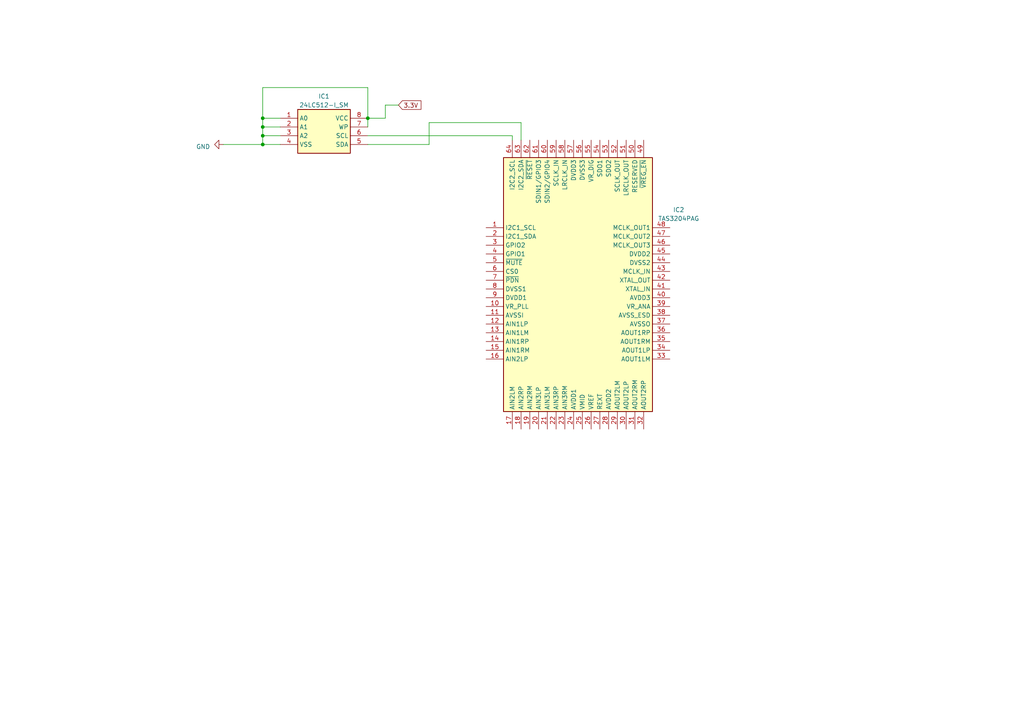
<source format=kicad_sch>
(kicad_sch (version 20230121) (generator eeschema)

  (uuid e420fb1d-5cab-40d6-a4c0-c0f4c8affe90)

  (paper "A4")

  (lib_symbols
    (symbol "24LC512-I_SM:24LC512-I_SM" (in_bom yes) (on_board yes)
      (property "Reference" "IC" (at 21.59 7.62 0)
        (effects (font (size 1.27 1.27)) (justify left top))
      )
      (property "Value" "24LC512-I_SM" (at 21.59 5.08 0)
        (effects (font (size 1.27 1.27)) (justify left top))
      )
      (property "Footprint" "SOIC127P794X203-8N" (at 21.59 -94.92 0)
        (effects (font (size 1.27 1.27)) (justify left top) hide)
      )
      (property "Datasheet" "http://ww1.microchip.com/downloads/en/DeviceDoc/21754M.pdf" (at 21.59 -194.92 0)
        (effects (font (size 1.27 1.27)) (justify left top) hide)
      )
      (property "Height" "2.03" (at 21.59 -394.92 0)
        (effects (font (size 1.27 1.27)) (justify left top) hide)
      )
      (property "Manufacturer_Name" "Microchip" (at 21.59 -494.92 0)
        (effects (font (size 1.27 1.27)) (justify left top) hide)
      )
      (property "Manufacturer_Part_Number" "24LC512-I/SM" (at 21.59 -594.92 0)
        (effects (font (size 1.27 1.27)) (justify left top) hide)
      )
      (property "Mouser Part Number" "579-24LC512-I/SM" (at 21.59 -694.92 0)
        (effects (font (size 1.27 1.27)) (justify left top) hide)
      )
      (property "Mouser Price/Stock" "https://www.mouser.co.uk/ProductDetail/Microchip-Technology/24LC512-I-SM?qs=XsNSACV0tdVOVohSJQWv0A%3D%3D" (at 21.59 -794.92 0)
        (effects (font (size 1.27 1.27)) (justify left top) hide)
      )
      (property "Arrow Part Number" "24LC512-I/SM" (at 21.59 -894.92 0)
        (effects (font (size 1.27 1.27)) (justify left top) hide)
      )
      (property "Arrow Price/Stock" "https://www.arrow.com/en/products/24lc512-ism/microchip-technology?region=nac" (at 21.59 -994.92 0)
        (effects (font (size 1.27 1.27)) (justify left top) hide)
      )
      (property "ki_description" "512K, 64K X 8, 2.5V SER  EE, IND" (at 0 0 0)
        (effects (font (size 1.27 1.27)) hide)
      )
      (symbol "24LC512-I_SM_1_1"
        (rectangle (start 5.08 2.54) (end 20.32 -10.16)
          (stroke (width 0.254) (type default))
          (fill (type background))
        )
        (pin passive line (at 0 0 0) (length 5.08)
          (name "A0" (effects (font (size 1.27 1.27))))
          (number "1" (effects (font (size 1.27 1.27))))
        )
        (pin passive line (at 0 -2.54 0) (length 5.08)
          (name "A1" (effects (font (size 1.27 1.27))))
          (number "2" (effects (font (size 1.27 1.27))))
        )
        (pin passive line (at 0 -5.08 0) (length 5.08)
          (name "A2" (effects (font (size 1.27 1.27))))
          (number "3" (effects (font (size 1.27 1.27))))
        )
        (pin passive line (at 0 -7.62 0) (length 5.08)
          (name "VSS" (effects (font (size 1.27 1.27))))
          (number "4" (effects (font (size 1.27 1.27))))
        )
        (pin passive line (at 25.4 -7.62 180) (length 5.08)
          (name "SDA" (effects (font (size 1.27 1.27))))
          (number "5" (effects (font (size 1.27 1.27))))
        )
        (pin passive line (at 25.4 -5.08 180) (length 5.08)
          (name "SCL" (effects (font (size 1.27 1.27))))
          (number "6" (effects (font (size 1.27 1.27))))
        )
        (pin passive line (at 25.4 -2.54 180) (length 5.08)
          (name "WP" (effects (font (size 1.27 1.27))))
          (number "7" (effects (font (size 1.27 1.27))))
        )
        (pin passive line (at 25.4 0 180) (length 5.08)
          (name "VCC" (effects (font (size 1.27 1.27))))
          (number "8" (effects (font (size 1.27 1.27))))
        )
      )
    )
    (symbol "TAS3204PAG:TAS3204PAG" (in_bom yes) (on_board yes)
      (property "Reference" "IC" (at 49.53 25.4 0)
        (effects (font (size 1.27 1.27)) (justify left top))
      )
      (property "Value" "TAS3204PAG" (at 49.53 22.86 0)
        (effects (font (size 1.27 1.27)) (justify left top))
      )
      (property "Footprint" "QFP50P1200X1200X120-64N" (at 49.53 -77.14 0)
        (effects (font (size 1.27 1.27)) (justify left top) hide)
      )
      (property "Datasheet" "http://www.ti.com/lit/gpn/TAS3204" (at 49.53 -177.14 0)
        (effects (font (size 1.27 1.27)) (justify left top) hide)
      )
      (property "Height" "1.2" (at 49.53 -377.14 0)
        (effects (font (size 1.27 1.27)) (justify left top) hide)
      )
      (property "Mouser Part Number" "595-TAS3204PAG" (at 49.53 -477.14 0)
        (effects (font (size 1.27 1.27)) (justify left top) hide)
      )
      (property "Mouser Price/Stock" "https://www.mouser.co.uk/ProductDetail/Texas-Instruments/TAS3204PAG?qs=%252Bywo161E12P%2FcoBkbuQ91w%3D%3D" (at 49.53 -577.14 0)
        (effects (font (size 1.27 1.27)) (justify left top) hide)
      )
      (property "Manufacturer_Name" "Texas Instruments" (at 49.53 -677.14 0)
        (effects (font (size 1.27 1.27)) (justify left top) hide)
      )
      (property "Manufacturer_Part_Number" "TAS3204PAG" (at 49.53 -777.14 0)
        (effects (font (size 1.27 1.27)) (justify left top) hide)
      )
      (property "ki_description" "High Performance Dual Core DSP/MCU Audio Processor" (at 0 0 0)
        (effects (font (size 1.27 1.27)) hide)
      )
      (symbol "TAS3204PAG_1_1"
        (rectangle (start 5.08 20.32) (end 48.26 -53.34)
          (stroke (width 0.254) (type default))
          (fill (type background))
        )
        (pin passive line (at 0 0 0) (length 5.08)
          (name "I2C1_SCL" (effects (font (size 1.27 1.27))))
          (number "1" (effects (font (size 1.27 1.27))))
        )
        (pin passive line (at 0 -22.86 0) (length 5.08)
          (name "VR_PLL" (effects (font (size 1.27 1.27))))
          (number "10" (effects (font (size 1.27 1.27))))
        )
        (pin passive line (at 0 -25.4 0) (length 5.08)
          (name "AVSSI" (effects (font (size 1.27 1.27))))
          (number "11" (effects (font (size 1.27 1.27))))
        )
        (pin passive line (at 0 -27.94 0) (length 5.08)
          (name "AIN1LP" (effects (font (size 1.27 1.27))))
          (number "12" (effects (font (size 1.27 1.27))))
        )
        (pin passive line (at 0 -30.48 0) (length 5.08)
          (name "AIN1LM" (effects (font (size 1.27 1.27))))
          (number "13" (effects (font (size 1.27 1.27))))
        )
        (pin passive line (at 0 -33.02 0) (length 5.08)
          (name "AIN1RP" (effects (font (size 1.27 1.27))))
          (number "14" (effects (font (size 1.27 1.27))))
        )
        (pin passive line (at 0 -35.56 0) (length 5.08)
          (name "AIN1RM" (effects (font (size 1.27 1.27))))
          (number "15" (effects (font (size 1.27 1.27))))
        )
        (pin passive line (at 0 -38.1 0) (length 5.08)
          (name "AIN2LP" (effects (font (size 1.27 1.27))))
          (number "16" (effects (font (size 1.27 1.27))))
        )
        (pin passive line (at 7.62 -58.42 90) (length 5.08)
          (name "AIN2LM" (effects (font (size 1.27 1.27))))
          (number "17" (effects (font (size 1.27 1.27))))
        )
        (pin passive line (at 10.16 -58.42 90) (length 5.08)
          (name "AIN2RP" (effects (font (size 1.27 1.27))))
          (number "18" (effects (font (size 1.27 1.27))))
        )
        (pin passive line (at 12.7 -58.42 90) (length 5.08)
          (name "AIN2RM" (effects (font (size 1.27 1.27))))
          (number "19" (effects (font (size 1.27 1.27))))
        )
        (pin passive line (at 0 -2.54 0) (length 5.08)
          (name "I2C1_SDA" (effects (font (size 1.27 1.27))))
          (number "2" (effects (font (size 1.27 1.27))))
        )
        (pin passive line (at 15.24 -58.42 90) (length 5.08)
          (name "AIN3LP" (effects (font (size 1.27 1.27))))
          (number "20" (effects (font (size 1.27 1.27))))
        )
        (pin passive line (at 17.78 -58.42 90) (length 5.08)
          (name "AIN3LM" (effects (font (size 1.27 1.27))))
          (number "21" (effects (font (size 1.27 1.27))))
        )
        (pin passive line (at 20.32 -58.42 90) (length 5.08)
          (name "AIN3RP" (effects (font (size 1.27 1.27))))
          (number "22" (effects (font (size 1.27 1.27))))
        )
        (pin passive line (at 22.86 -58.42 90) (length 5.08)
          (name "AIN3RM" (effects (font (size 1.27 1.27))))
          (number "23" (effects (font (size 1.27 1.27))))
        )
        (pin passive line (at 25.4 -58.42 90) (length 5.08)
          (name "AVDD1" (effects (font (size 1.27 1.27))))
          (number "24" (effects (font (size 1.27 1.27))))
        )
        (pin passive line (at 27.94 -58.42 90) (length 5.08)
          (name "VMID" (effects (font (size 1.27 1.27))))
          (number "25" (effects (font (size 1.27 1.27))))
        )
        (pin passive line (at 30.48 -58.42 90) (length 5.08)
          (name "VREF" (effects (font (size 1.27 1.27))))
          (number "26" (effects (font (size 1.27 1.27))))
        )
        (pin passive line (at 33.02 -58.42 90) (length 5.08)
          (name "REXT" (effects (font (size 1.27 1.27))))
          (number "27" (effects (font (size 1.27 1.27))))
        )
        (pin passive line (at 35.56 -58.42 90) (length 5.08)
          (name "AVDD2" (effects (font (size 1.27 1.27))))
          (number "28" (effects (font (size 1.27 1.27))))
        )
        (pin passive line (at 38.1 -58.42 90) (length 5.08)
          (name "AOUT2LM" (effects (font (size 1.27 1.27))))
          (number "29" (effects (font (size 1.27 1.27))))
        )
        (pin passive line (at 0 -5.08 0) (length 5.08)
          (name "GPIO2" (effects (font (size 1.27 1.27))))
          (number "3" (effects (font (size 1.27 1.27))))
        )
        (pin passive line (at 40.64 -58.42 90) (length 5.08)
          (name "AOUT2LP" (effects (font (size 1.27 1.27))))
          (number "30" (effects (font (size 1.27 1.27))))
        )
        (pin passive line (at 43.18 -58.42 90) (length 5.08)
          (name "AOUT2RM" (effects (font (size 1.27 1.27))))
          (number "31" (effects (font (size 1.27 1.27))))
        )
        (pin passive line (at 45.72 -58.42 90) (length 5.08)
          (name "AOUT2RP" (effects (font (size 1.27 1.27))))
          (number "32" (effects (font (size 1.27 1.27))))
        )
        (pin passive line (at 53.34 -38.1 180) (length 5.08)
          (name "AOUT1LM" (effects (font (size 1.27 1.27))))
          (number "33" (effects (font (size 1.27 1.27))))
        )
        (pin passive line (at 53.34 -35.56 180) (length 5.08)
          (name "AOUT1LP" (effects (font (size 1.27 1.27))))
          (number "34" (effects (font (size 1.27 1.27))))
        )
        (pin passive line (at 53.34 -33.02 180) (length 5.08)
          (name "AOUT1RM" (effects (font (size 1.27 1.27))))
          (number "35" (effects (font (size 1.27 1.27))))
        )
        (pin passive line (at 53.34 -30.48 180) (length 5.08)
          (name "AOUT1RP" (effects (font (size 1.27 1.27))))
          (number "36" (effects (font (size 1.27 1.27))))
        )
        (pin passive line (at 53.34 -27.94 180) (length 5.08)
          (name "AVSSO" (effects (font (size 1.27 1.27))))
          (number "37" (effects (font (size 1.27 1.27))))
        )
        (pin passive line (at 53.34 -25.4 180) (length 5.08)
          (name "AVSS_ESD" (effects (font (size 1.27 1.27))))
          (number "38" (effects (font (size 1.27 1.27))))
        )
        (pin passive line (at 53.34 -22.86 180) (length 5.08)
          (name "VR_ANA" (effects (font (size 1.27 1.27))))
          (number "39" (effects (font (size 1.27 1.27))))
        )
        (pin passive line (at 0 -7.62 0) (length 5.08)
          (name "GPIO1" (effects (font (size 1.27 1.27))))
          (number "4" (effects (font (size 1.27 1.27))))
        )
        (pin passive line (at 53.34 -20.32 180) (length 5.08)
          (name "AVDD3" (effects (font (size 1.27 1.27))))
          (number "40" (effects (font (size 1.27 1.27))))
        )
        (pin passive line (at 53.34 -17.78 180) (length 5.08)
          (name "XTAL_IN" (effects (font (size 1.27 1.27))))
          (number "41" (effects (font (size 1.27 1.27))))
        )
        (pin passive line (at 53.34 -15.24 180) (length 5.08)
          (name "XTAL_OUT" (effects (font (size 1.27 1.27))))
          (number "42" (effects (font (size 1.27 1.27))))
        )
        (pin passive line (at 53.34 -12.7 180) (length 5.08)
          (name "MCLK_IN" (effects (font (size 1.27 1.27))))
          (number "43" (effects (font (size 1.27 1.27))))
        )
        (pin passive line (at 53.34 -10.16 180) (length 5.08)
          (name "DVSS2" (effects (font (size 1.27 1.27))))
          (number "44" (effects (font (size 1.27 1.27))))
        )
        (pin passive line (at 53.34 -7.62 180) (length 5.08)
          (name "DVDD2" (effects (font (size 1.27 1.27))))
          (number "45" (effects (font (size 1.27 1.27))))
        )
        (pin passive line (at 53.34 -5.08 180) (length 5.08)
          (name "MCLK_OUT3" (effects (font (size 1.27 1.27))))
          (number "46" (effects (font (size 1.27 1.27))))
        )
        (pin passive line (at 53.34 -2.54 180) (length 5.08)
          (name "MCLK_OUT2" (effects (font (size 1.27 1.27))))
          (number "47" (effects (font (size 1.27 1.27))))
        )
        (pin passive line (at 53.34 0 180) (length 5.08)
          (name "MCLK_OUT1" (effects (font (size 1.27 1.27))))
          (number "48" (effects (font (size 1.27 1.27))))
        )
        (pin passive line (at 45.72 25.4 270) (length 5.08)
          (name "~{VREG_EN}" (effects (font (size 1.27 1.27))))
          (number "49" (effects (font (size 1.27 1.27))))
        )
        (pin passive line (at 0 -10.16 0) (length 5.08)
          (name "~{MUTE}" (effects (font (size 1.27 1.27))))
          (number "5" (effects (font (size 1.27 1.27))))
        )
        (pin passive line (at 43.18 25.4 270) (length 5.08)
          (name "RESERVED" (effects (font (size 1.27 1.27))))
          (number "50" (effects (font (size 1.27 1.27))))
        )
        (pin passive line (at 40.64 25.4 270) (length 5.08)
          (name "LRCLK_OUT" (effects (font (size 1.27 1.27))))
          (number "51" (effects (font (size 1.27 1.27))))
        )
        (pin passive line (at 38.1 25.4 270) (length 5.08)
          (name "SCLK_OUT" (effects (font (size 1.27 1.27))))
          (number "52" (effects (font (size 1.27 1.27))))
        )
        (pin passive line (at 35.56 25.4 270) (length 5.08)
          (name "SDO2" (effects (font (size 1.27 1.27))))
          (number "53" (effects (font (size 1.27 1.27))))
        )
        (pin passive line (at 33.02 25.4 270) (length 5.08)
          (name "SDO1" (effects (font (size 1.27 1.27))))
          (number "54" (effects (font (size 1.27 1.27))))
        )
        (pin passive line (at 30.48 25.4 270) (length 5.08)
          (name "VR_DIG" (effects (font (size 1.27 1.27))))
          (number "55" (effects (font (size 1.27 1.27))))
        )
        (pin passive line (at 27.94 25.4 270) (length 5.08)
          (name "DVSS3" (effects (font (size 1.27 1.27))))
          (number "56" (effects (font (size 1.27 1.27))))
        )
        (pin passive line (at 25.4 25.4 270) (length 5.08)
          (name "DVDD3" (effects (font (size 1.27 1.27))))
          (number "57" (effects (font (size 1.27 1.27))))
        )
        (pin passive line (at 22.86 25.4 270) (length 5.08)
          (name "LRCLK_IN" (effects (font (size 1.27 1.27))))
          (number "58" (effects (font (size 1.27 1.27))))
        )
        (pin passive line (at 20.32 25.4 270) (length 5.08)
          (name "SCLK_IN" (effects (font (size 1.27 1.27))))
          (number "59" (effects (font (size 1.27 1.27))))
        )
        (pin passive line (at 0 -12.7 0) (length 5.08)
          (name "CS0" (effects (font (size 1.27 1.27))))
          (number "6" (effects (font (size 1.27 1.27))))
        )
        (pin passive line (at 17.78 25.4 270) (length 5.08)
          (name "SDIN2/GPIO4" (effects (font (size 1.27 1.27))))
          (number "60" (effects (font (size 1.27 1.27))))
        )
        (pin passive line (at 15.24 25.4 270) (length 5.08)
          (name "SDIN1/GPIO3" (effects (font (size 1.27 1.27))))
          (number "61" (effects (font (size 1.27 1.27))))
        )
        (pin passive line (at 12.7 25.4 270) (length 5.08)
          (name "~{RESET}" (effects (font (size 1.27 1.27))))
          (number "62" (effects (font (size 1.27 1.27))))
        )
        (pin passive line (at 10.16 25.4 270) (length 5.08)
          (name "I2C2_SDA" (effects (font (size 1.27 1.27))))
          (number "63" (effects (font (size 1.27 1.27))))
        )
        (pin passive line (at 7.62 25.4 270) (length 5.08)
          (name "I2C2_SCL" (effects (font (size 1.27 1.27))))
          (number "64" (effects (font (size 1.27 1.27))))
        )
        (pin passive line (at 0 -15.24 0) (length 5.08)
          (name "~{PDN}" (effects (font (size 1.27 1.27))))
          (number "7" (effects (font (size 1.27 1.27))))
        )
        (pin passive line (at 0 -17.78 0) (length 5.08)
          (name "DVSS1" (effects (font (size 1.27 1.27))))
          (number "8" (effects (font (size 1.27 1.27))))
        )
        (pin passive line (at 0 -20.32 0) (length 5.08)
          (name "DVDD1" (effects (font (size 1.27 1.27))))
          (number "9" (effects (font (size 1.27 1.27))))
        )
      )
    )
    (symbol "power:GND" (power) (pin_names (offset 0)) (in_bom yes) (on_board yes)
      (property "Reference" "#PWR" (at 0 -6.35 0)
        (effects (font (size 1.27 1.27)) hide)
      )
      (property "Value" "GND" (at 0 -3.81 0)
        (effects (font (size 1.27 1.27)))
      )
      (property "Footprint" "" (at 0 0 0)
        (effects (font (size 1.27 1.27)) hide)
      )
      (property "Datasheet" "" (at 0 0 0)
        (effects (font (size 1.27 1.27)) hide)
      )
      (property "ki_keywords" "global power" (at 0 0 0)
        (effects (font (size 1.27 1.27)) hide)
      )
      (property "ki_description" "Power symbol creates a global label with name \"GND\" , ground" (at 0 0 0)
        (effects (font (size 1.27 1.27)) hide)
      )
      (symbol "GND_0_1"
        (polyline
          (pts
            (xy 0 0)
            (xy 0 -1.27)
            (xy 1.27 -1.27)
            (xy 0 -2.54)
            (xy -1.27 -1.27)
            (xy 0 -1.27)
          )
          (stroke (width 0) (type default))
          (fill (type none))
        )
      )
      (symbol "GND_1_1"
        (pin power_in line (at 0 0 270) (length 0) hide
          (name "GND" (effects (font (size 1.27 1.27))))
          (number "1" (effects (font (size 1.27 1.27))))
        )
      )
    )
  )

  (junction (at 76.2 39.37) (diameter 0) (color 0 0 0 0)
    (uuid 0b552554-a8ee-438a-aa2f-e750952da5f9)
  )
  (junction (at 76.2 41.91) (diameter 0) (color 0 0 0 0)
    (uuid 6388e65a-a372-4bc8-a38d-28f164fb338a)
  )
  (junction (at 76.2 36.83) (diameter 0) (color 0 0 0 0)
    (uuid 84268fa7-18aa-4d1d-bc61-8134866ac2ec)
  )
  (junction (at 106.68 34.29) (diameter 0) (color 0 0 0 0)
    (uuid a4d1f833-1f69-4fe2-bb33-7aa73ee84a3d)
  )
  (junction (at 76.2 34.29) (diameter 0) (color 0 0 0 0)
    (uuid f2e1cbf1-a3f6-44a7-868e-7c6c0d9bf5f9)
  )

  (wire (pts (xy 106.68 34.29) (xy 106.68 25.4))
    (stroke (width 0) (type default))
    (uuid 179cc1d0-d3c1-47d8-809b-7881dcdc9213)
  )
  (wire (pts (xy 111.76 34.29) (xy 111.76 30.48))
    (stroke (width 0) (type default))
    (uuid 268b9525-463b-4a9d-a839-6ec2561b9990)
  )
  (wire (pts (xy 76.2 25.4) (xy 76.2 34.29))
    (stroke (width 0) (type default))
    (uuid 34902480-2557-4598-8143-be02a4910d45)
  )
  (wire (pts (xy 81.28 34.29) (xy 76.2 34.29))
    (stroke (width 0) (type default))
    (uuid 390e4067-5ac9-47d9-8010-d41185511138)
  )
  (wire (pts (xy 106.68 39.37) (xy 148.59 39.37))
    (stroke (width 0) (type default))
    (uuid 3d8a8db0-0128-408a-87a9-7c260d0b038e)
  )
  (wire (pts (xy 124.46 41.91) (xy 124.46 35.56))
    (stroke (width 0) (type default))
    (uuid 41e3b149-b37a-4f62-9c8f-d54b5e160e72)
  )
  (wire (pts (xy 76.2 36.83) (xy 81.28 36.83))
    (stroke (width 0) (type default))
    (uuid 453e57a5-be5d-4f0c-9217-f68defbce9aa)
  )
  (wire (pts (xy 76.2 36.83) (xy 76.2 39.37))
    (stroke (width 0) (type default))
    (uuid 50f1251c-0761-41d5-97d0-9badb2a7f8fc)
  )
  (wire (pts (xy 76.2 39.37) (xy 81.28 39.37))
    (stroke (width 0) (type default))
    (uuid 5766bf25-667c-4b15-b36f-178aeea46ffc)
  )
  (wire (pts (xy 76.2 39.37) (xy 76.2 41.91))
    (stroke (width 0) (type default))
    (uuid 6e0292a8-7668-42d1-bb21-262a9959b4bc)
  )
  (wire (pts (xy 76.2 34.29) (xy 76.2 36.83))
    (stroke (width 0) (type default))
    (uuid 7e9e3946-e3bb-4808-8f18-11782a2f17f6)
  )
  (wire (pts (xy 148.59 39.37) (xy 148.59 40.64))
    (stroke (width 0) (type default))
    (uuid 86910b87-0a19-448d-bca3-a45692aabee0)
  )
  (wire (pts (xy 106.68 34.29) (xy 111.76 34.29))
    (stroke (width 0) (type default))
    (uuid 93e0b9fc-2a9a-423e-b561-b468bc54f2b6)
  )
  (wire (pts (xy 106.68 25.4) (xy 76.2 25.4))
    (stroke (width 0) (type default))
    (uuid 943a892f-7441-42c1-9fc6-f17bd7e6777c)
  )
  (wire (pts (xy 76.2 41.91) (xy 81.28 41.91))
    (stroke (width 0) (type default))
    (uuid b6135496-2aa0-41e9-b75f-42ad8e338e16)
  )
  (wire (pts (xy 106.68 41.91) (xy 124.46 41.91))
    (stroke (width 0) (type default))
    (uuid df480c4a-ce5e-474c-ba5a-c2f5913fb220)
  )
  (wire (pts (xy 124.46 35.56) (xy 151.13 35.56))
    (stroke (width 0) (type default))
    (uuid e272325f-782d-4b8c-a53a-7436c68e2df2)
  )
  (wire (pts (xy 64.77 41.91) (xy 76.2 41.91))
    (stroke (width 0) (type default))
    (uuid e4b17ec6-ad65-480c-ba5b-6d1ec9b52190)
  )
  (wire (pts (xy 151.13 35.56) (xy 151.13 40.64))
    (stroke (width 0) (type default))
    (uuid e9e4047b-eb52-403c-8799-399c0f7d1bac)
  )
  (wire (pts (xy 106.68 36.83) (xy 106.68 34.29))
    (stroke (width 0) (type default))
    (uuid ed54ba67-1bf8-4dcb-944e-3e0842f8e15f)
  )
  (wire (pts (xy 111.76 30.48) (xy 115.57 30.48))
    (stroke (width 0) (type default))
    (uuid fc757917-fcdc-48b5-9461-d6b3e790fb0f)
  )

  (global_label "3.3V" (shape input) (at 115.57 30.48 0) (fields_autoplaced)
    (effects (font (size 1.27 1.27)) (justify left))
    (uuid 24fbacd8-caa4-4e7a-9299-e1432dc72fc3)
    (property "Intersheetrefs" "${INTERSHEET_REFS}" (at 122.5882 30.48 0)
      (effects (font (size 1.27 1.27)) (justify left) hide)
    )
  )

  (symbol (lib_id "24LC512-I_SM:24LC512-I_SM") (at 81.28 34.29 0) (unit 1)
    (in_bom yes) (on_board yes) (dnp no) (fields_autoplaced)
    (uuid 41d6111f-085b-4be4-aa4b-affbad008ffa)
    (property "Reference" "IC1" (at 93.98 27.94 0)
      (effects (font (size 1.27 1.27)))
    )
    (property "Value" "24LC512-I_SM" (at 93.98 30.48 0)
      (effects (font (size 1.27 1.27)))
    )
    (property "Footprint" "SOIC127P794X203-8N" (at 102.87 129.21 0)
      (effects (font (size 1.27 1.27)) (justify left top) hide)
    )
    (property "Datasheet" "http://ww1.microchip.com/downloads/en/DeviceDoc/21754M.pdf" (at 102.87 229.21 0)
      (effects (font (size 1.27 1.27)) (justify left top) hide)
    )
    (property "Height" "2.03" (at 102.87 429.21 0)
      (effects (font (size 1.27 1.27)) (justify left top) hide)
    )
    (property "Manufacturer_Name" "Microchip" (at 102.87 529.21 0)
      (effects (font (size 1.27 1.27)) (justify left top) hide)
    )
    (property "Manufacturer_Part_Number" "24LC512-I/SM" (at 102.87 629.21 0)
      (effects (font (size 1.27 1.27)) (justify left top) hide)
    )
    (property "Mouser Part Number" "579-24LC512-I/SM" (at 102.87 729.21 0)
      (effects (font (size 1.27 1.27)) (justify left top) hide)
    )
    (property "Mouser Price/Stock" "https://www.mouser.co.uk/ProductDetail/Microchip-Technology/24LC512-I-SM?qs=XsNSACV0tdVOVohSJQWv0A%3D%3D" (at 102.87 829.21 0)
      (effects (font (size 1.27 1.27)) (justify left top) hide)
    )
    (property "Arrow Part Number" "24LC512-I/SM" (at 102.87 929.21 0)
      (effects (font (size 1.27 1.27)) (justify left top) hide)
    )
    (property "Arrow Price/Stock" "https://www.arrow.com/en/products/24lc512-ism/microchip-technology?region=nac" (at 102.87 1029.21 0)
      (effects (font (size 1.27 1.27)) (justify left top) hide)
    )
    (pin "1" (uuid 0e45eff1-e063-4bb6-a3e2-862ebab36f9c))
    (pin "2" (uuid d04dbf84-5ab2-4f5b-92d7-ad3518858e84))
    (pin "3" (uuid 0b9ecf64-2e1a-4ffd-bb9c-e2057a61378a))
    (pin "4" (uuid ee3a9739-0eaa-4946-aed9-f06bcb293b52))
    (pin "5" (uuid 207557bc-a799-40e6-8dcf-cb710be90293))
    (pin "6" (uuid 8c28e128-b4ca-4c03-a882-63418039d4e9))
    (pin "7" (uuid faba5270-3e10-45ea-a606-c6e92f1d3d3c))
    (pin "8" (uuid 7bcb52f2-ccc8-43de-a928-ab5d38bd98fa))
    (instances
      (project "Projo Rev 0"
        (path "/e420fb1d-5cab-40d6-a4c0-c0f4c8affe90"
          (reference "IC1") (unit 1)
        )
      )
    )
  )

  (symbol (lib_id "power:GND") (at 64.77 41.91 270) (unit 1)
    (in_bom yes) (on_board yes) (dnp no) (fields_autoplaced)
    (uuid 5c6188c5-e828-40b5-a65e-51def3a257af)
    (property "Reference" "#PWR01" (at 58.42 41.91 0)
      (effects (font (size 1.27 1.27)) hide)
    )
    (property "Value" "GND" (at 60.96 42.545 90)
      (effects (font (size 1.27 1.27)) (justify right))
    )
    (property "Footprint" "" (at 64.77 41.91 0)
      (effects (font (size 1.27 1.27)) hide)
    )
    (property "Datasheet" "" (at 64.77 41.91 0)
      (effects (font (size 1.27 1.27)) hide)
    )
    (pin "1" (uuid 6ece7281-82f4-40bc-ac7d-f293d1c5dade))
    (instances
      (project "Projo Rev 0"
        (path "/e420fb1d-5cab-40d6-a4c0-c0f4c8affe90"
          (reference "#PWR01") (unit 1)
        )
      )
    )
  )

  (symbol (lib_id "TAS3204PAG:TAS3204PAG") (at 140.97 66.04 0) (unit 1)
    (in_bom yes) (on_board yes) (dnp no) (fields_autoplaced)
    (uuid 9719cad1-7e5a-49fe-b645-76df72506780)
    (property "Reference" "IC2" (at 196.85 60.8583 0)
      (effects (font (size 1.27 1.27)))
    )
    (property "Value" "TAS3204PAG" (at 196.85 63.3983 0)
      (effects (font (size 1.27 1.27)))
    )
    (property "Footprint" "QFP50P1200X1200X120-64N" (at 190.5 143.18 0)
      (effects (font (size 1.27 1.27)) (justify left top) hide)
    )
    (property "Datasheet" "http://www.ti.com/lit/gpn/TAS3204" (at 190.5 243.18 0)
      (effects (font (size 1.27 1.27)) (justify left top) hide)
    )
    (property "Height" "1.2" (at 190.5 443.18 0)
      (effects (font (size 1.27 1.27)) (justify left top) hide)
    )
    (property "Mouser Part Number" "595-TAS3204PAG" (at 190.5 543.18 0)
      (effects (font (size 1.27 1.27)) (justify left top) hide)
    )
    (property "Mouser Price/Stock" "https://www.mouser.co.uk/ProductDetail/Texas-Instruments/TAS3204PAG?qs=%252Bywo161E12P%2FcoBkbuQ91w%3D%3D" (at 190.5 643.18 0)
      (effects (font (size 1.27 1.27)) (justify left top) hide)
    )
    (property "Manufacturer_Name" "Texas Instruments" (at 190.5 743.18 0)
      (effects (font (size 1.27 1.27)) (justify left top) hide)
    )
    (property "Manufacturer_Part_Number" "TAS3204PAG" (at 190.5 843.18 0)
      (effects (font (size 1.27 1.27)) (justify left top) hide)
    )
    (pin "1" (uuid 688e4edc-308f-48ed-9e21-b8ffbd9aa9da))
    (pin "10" (uuid 4dc43c02-e682-4278-92b7-55a37c7876a7))
    (pin "11" (uuid 4494ccae-0239-442c-80cd-9afdfe168e08))
    (pin "12" (uuid 96209bef-865e-4fb6-9c06-742a5fb4b721))
    (pin "13" (uuid 7ddfced3-1fbe-4e73-8a9a-4defa32851ce))
    (pin "14" (uuid a641684d-937b-4baf-a1dd-123670b004fe))
    (pin "15" (uuid 52891377-15a4-4ed5-a7ec-2874b9adc55b))
    (pin "16" (uuid 9926d726-1860-4cb7-8eac-30e06b89e310))
    (pin "17" (uuid c9dfdf46-5d5d-431e-a4ee-00b755674d07))
    (pin "18" (uuid 9aae767f-0e82-44b4-89e1-d9f39589f4bb))
    (pin "19" (uuid 56abecbb-efc6-4189-8a65-9e3589731f96))
    (pin "2" (uuid 21a3d4d0-1655-4fd8-9450-6147a28e0643))
    (pin "20" (uuid 9fccbf16-4280-423c-aec5-141cd0bf4436))
    (pin "21" (uuid 44f69225-7b9c-443c-aa98-ea864e9604bd))
    (pin "22" (uuid ba6544a6-7c17-407e-bbff-5655e8bf722a))
    (pin "23" (uuid c30453f9-7bc0-404a-9ded-8c4242031ae3))
    (pin "24" (uuid 14c51a21-f508-4c6d-989e-60e9e71fdbdf))
    (pin "25" (uuid 7b683521-0408-4656-a845-37e786a28b14))
    (pin "26" (uuid 876347bf-98a5-4962-92ac-a27726a4eaec))
    (pin "27" (uuid 8f6d190c-7d92-4f59-8221-ad19c65866e8))
    (pin "28" (uuid 7f92a541-6a8e-40ef-81b9-9ff1f0ccbfe6))
    (pin "29" (uuid 14cba809-ff0e-40df-947a-2a4ff63b18d4))
    (pin "3" (uuid d9893139-cad9-42c5-ab3d-71e95502c350))
    (pin "30" (uuid 51557d81-3468-4b99-a533-f1f476ce22bd))
    (pin "31" (uuid 0c2a23a9-11b1-446f-b78d-127740bdf879))
    (pin "32" (uuid f13130c1-0468-4727-93ce-2e313bc7815a))
    (pin "33" (uuid d250b64a-4131-4419-812b-cb768d334378))
    (pin "34" (uuid 82b86011-d6ed-4db1-9ab2-6469536d0688))
    (pin "35" (uuid ea158e77-90aa-4869-b2f2-60799bb4f133))
    (pin "36" (uuid c03ae52a-916e-4e42-9dfa-e23fc7e0e875))
    (pin "37" (uuid f9201723-5034-455d-8e88-ca8510513c1b))
    (pin "38" (uuid 68127001-5986-428d-9ce3-cbe1ce894851))
    (pin "39" (uuid 3fc3109c-6c53-4704-92cd-9238c797390a))
    (pin "4" (uuid b8512783-8a92-4cef-a8d5-eca5103a6e47))
    (pin "40" (uuid c289d335-d587-45e0-b093-64697e146b09))
    (pin "41" (uuid 04bf3482-1a6c-4d90-8555-c3048e3001b8))
    (pin "42" (uuid 4b06dc65-f6dd-40dd-b45f-b80816635ae1))
    (pin "43" (uuid 5f0adc31-c3cd-46ff-a32d-fbc40e44cdcd))
    (pin "44" (uuid 81cf701c-c8c8-4dda-9301-d639ef1eb48a))
    (pin "45" (uuid 4fd40855-2ec1-4f0c-ae07-0f8deb2ec2bf))
    (pin "46" (uuid 9200c8c9-8f54-4dad-9a84-5f41eb0a3e81))
    (pin "47" (uuid 6d512e43-4e0b-4978-ba72-d68119db0e97))
    (pin "48" (uuid e2492c4f-97a7-4763-b55d-c06583ed6496))
    (pin "49" (uuid 0e4b6a09-b763-4d38-a1f1-68be1996ec0c))
    (pin "5" (uuid fd605959-a449-4f9c-bd8c-809083e411de))
    (pin "50" (uuid af6f1a4f-52b1-411d-9ac4-cc6844af3c46))
    (pin "51" (uuid b7124cd6-b4a1-47c7-a492-8e47ed7c1c55))
    (pin "52" (uuid 64b6e63f-9905-47cc-91d9-50442829b758))
    (pin "53" (uuid ce17cef2-e535-4534-9da1-b36a767155da))
    (pin "54" (uuid 15b7742d-482f-4ce1-8c69-5e257f642343))
    (pin "55" (uuid fd9a4013-a3d8-4214-9407-e5a2987df2e1))
    (pin "56" (uuid 5ee8e346-8982-4aca-9c1e-798d4241ed1a))
    (pin "57" (uuid 9969b690-979f-4eb8-8201-6ae6eaa3887a))
    (pin "58" (uuid 3af3cc46-0213-4e32-98d8-bce7c16ca0db))
    (pin "59" (uuid b5848305-dc32-4117-bd2c-c3ab9cad2432))
    (pin "6" (uuid 61b7da15-b0da-43df-993a-23c0662fc8b9))
    (pin "60" (uuid 243c9d7a-4cfb-41e7-8065-1deeb98dc2ac))
    (pin "61" (uuid 5a42dcd9-2f9d-4511-8462-d60156e9b0e1))
    (pin "62" (uuid aa1bc428-7d64-48e0-a15d-ac015d129c9c))
    (pin "63" (uuid 5b47e19c-acdc-4676-9107-f561f2932f4c))
    (pin "64" (uuid 73203e88-914b-439c-9361-ecc081629af6))
    (pin "7" (uuid ba62d6d7-1528-4a8f-b496-8c3386b51920))
    (pin "8" (uuid 36f52da0-2710-4e79-bab8-0ed814ea88a2))
    (pin "9" (uuid 6c584a13-ae62-494f-a3a9-7dc96191298a))
    (instances
      (project "Projo Rev 0"
        (path "/e420fb1d-5cab-40d6-a4c0-c0f4c8affe90"
          (reference "IC2") (unit 1)
        )
      )
    )
  )

  (sheet_instances
    (path "/" (page "1"))
  )
)

</source>
